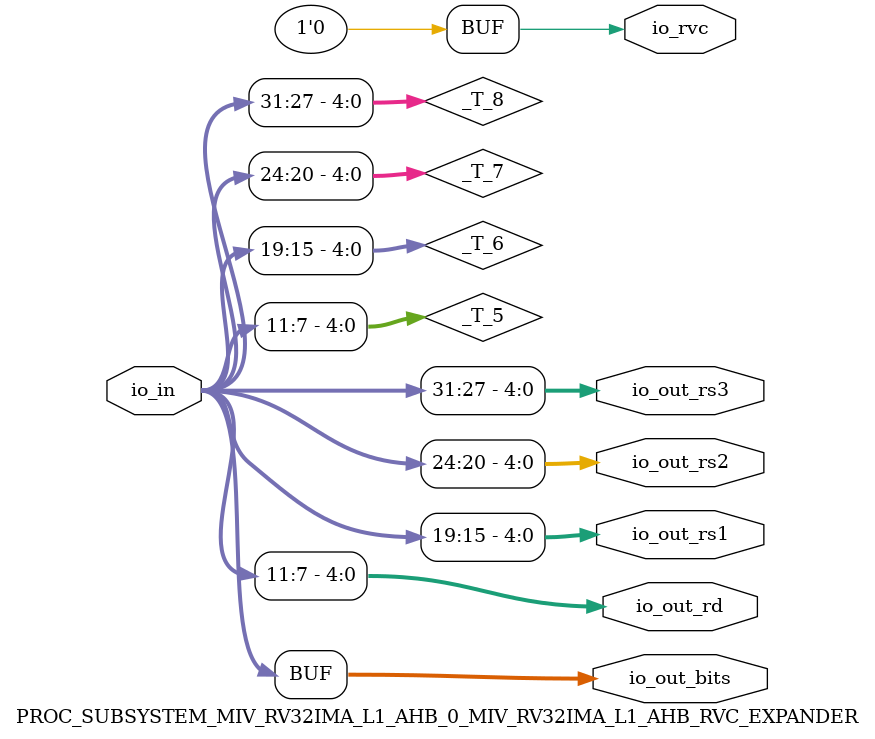
<source format=v>
`define RANDOMIZE
`timescale 1ns/10ps
module PROC_SUBSYSTEM_MIV_RV32IMA_L1_AHB_0_MIV_RV32IMA_L1_AHB_RVC_EXPANDER(
  input  [31:0] io_in,
  output [31:0] io_out_bits,
  output [4:0]  io_out_rd,
  output [4:0]  io_out_rs1,
  output [4:0]  io_out_rs2,
  output [4:0]  io_out_rs3,
  output        io_rvc
);
  wire [4:0] _T_5;
  wire [4:0] _T_6;
  wire [4:0] _T_7;
  wire [4:0] _T_8;
  assign io_out_bits = io_in;
  assign io_out_rd = _T_5;
  assign io_out_rs1 = _T_6;
  assign io_out_rs2 = _T_7;
  assign io_out_rs3 = _T_8;
  assign io_rvc = 1'h0;
  assign _T_5 = io_in[11:7];
  assign _T_6 = io_in[19:15];
  assign _T_7 = io_in[24:20];
  assign _T_8 = io_in[31:27];
endmodule

</source>
